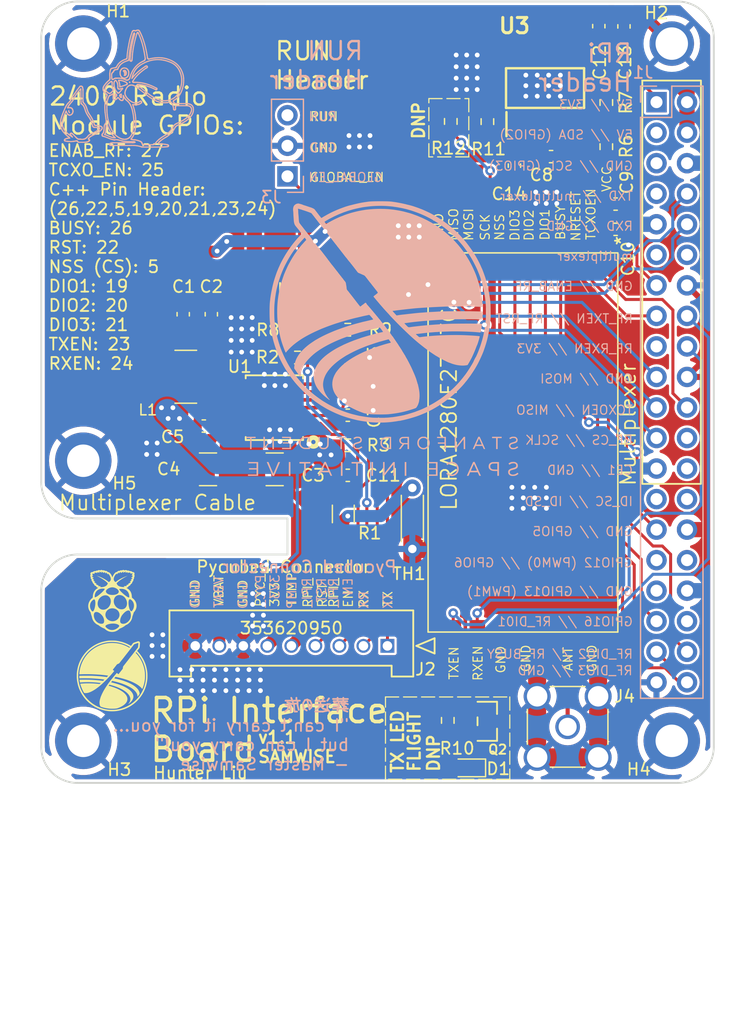
<source format=kicad_pcb>
(kicad_pcb (version 20221018) (generator pcbnew)
  (title_block (title "Raspberry Pi Interface Board") (date "2024-05-07") (rev "1.1") (company "Stanford Student Space Initiative") (comment 1 "Hunter Liu"))
  (layers (0 "F.Cu" signal) (1 "In1.Cu" signal) (2 "In2.Cu" signal) (31 "B.Cu" signal) (34 "B.Paste" user) (35 "F.Paste" user) (36 "B.SilkS" user "B.Silkscreen") (37 "F.SilkS" user "F.Silkscreen") (38 "B.Mask" user) (39 "F.Mask" user) (44 "Edge.Cuts" user))
  (net 0 "")
  (net 1 "GND")
  (net 2 "5V")
  (net 3 "VBATT")
  (net 4 "Net-(U1-SW1)")
  (net 5 "Net-(U1-VBST)")
  (net 6 "Net-(U1-SS)")
  (net 7 "Net-(U1-VREG5)")
  (net 8 "V_RF")
  (net 9 "+3V3")
  (net 13 "TX")
  (net 14 "RX")
  (net 17 "ENAB_RF")
  (net 18 "RF_RST")
  (net 19 "RF_TX_EN")
  (net 21 "RF_RX_EN")
  (net 22 "MOSI")
  (net 23 "MISO")
  (net 24 "TCXO_EN")
  (net 25 "SCLK")
  (net 26 "RF_CS")
  (net 34 "RF_IO1")
  (net 36 "RF_BUSY")
  (net 37 "RF_IO2")
  (net 38 "RF_IO3")
  (net 39 "RPI_RST")
  (net 40 "PyCubed_AIN4")
  (net 41 "ENAB_RPI")
  (net 42 "Net-(J3-Pin_1)")
  (net 44 "Net-(J4-In)")
  (net 45 "Net-(U1-VFB)")
  (net 46 "Net-(U1-PG)")
  (net 47 "Net-(U3-SENSE{slash}ADJ)")
  (net 48 "Net-(D1-K)")
  (net 49 "Net-(Q2-D)")
  (net 50 "PYCUBED_3V3")
  (footprint "Resistor_SMD:R_0603_1608Metric" (layer "F.Cu") (at 137.05 60.075 90)
    (fp_text reference "R6")
    (fp_text value "10K")
  )
  (footprint "mainboard:SOT-23" (layer "F.Cu") (at 127.1385 107.875 -90)
    (fp_text reference "Q2")
    (fp_text value "IRLML2803" hide)
  )
  (footprint "Capacitor_SMD:C_0603_1608Metric" (layer "F.Cu") (at 136.425 50.05 90)
    (fp_text reference "C12")
    (fp_text value "10uF")
  )
  (footprint "MountingHole:MountingHole_2.7mm_M2.5_DIN965_Pad" (layer "F.Cu") (at 93.5 86.2)
    (fp_text reference "H5")
    (fp_text value "MountingHole_Pad")
  )
  (footprint "rpi_interface:RPi_logo" (layer "F.Cu") (at 95.916192 97.980222)
    (fp_text reference "REF**" hide)
    (fp_text value "RPi_logo")
  )
  (footprint "Resistor_SMD:R_0603_1608Metric" (layer "F.Cu") (at 137.05 56.4 90)
    (fp_text reference "R7")
    (fp_text value "3.3K")
  )
  (footprint "Capacitor_SMD:C_0603_1608Metric" (layer "F.Cu") (at 132.45 60.9)
    (fp_text reference "C8")
    (fp_text value "10uF")
  )
  (footprint "mainboard:TPS7A4501DCQT" (layer "F.Cu") (at 131.95 55.2 90)
    (fp_text reference "U3")
    (fp_text value "TPS7A4501DCQT" hide)
  )
  (footprint "Resistor_SMD:R_0603_1608Metric" (layer "F.Cu") (at 127.15 57.99 90)
    (fp_text reference "R11")
    (fp_text value "10K")
  )
  (footprint "Capacitor_SMD:C_1210_3225Metric" (layer "F.Cu") (at 109.436341 86.913659)
    (fp_text reference "C3")
    (fp_text value "10uF")
  )
  (footprint "rpi_interface:353620950" (layer "F.Cu") (at 118.825 101.6)
    (fp_text reference "J2")
    (fp_text value "353620950")
  )
  (footprint "mainboard:L_2141" (layer "F.Cu") (at 102.036341 79.213659 180)
    (fp_text reference "L1")
    (fp_text value "3.3uH")
  )
  (footprint "Resistor_SMD:R_0603_1608Metric" (layer "F.Cu") (at 124.1 57.975 -90)
    (fp_text reference "R12")
    (fp_text value "10K")
  )
  (footprint "rpi-interface_local:MountingHole_2.7mm_M2.5_DIN965_Pad" (layer "F.Cu") (at 142.5 51.5)
    (fp_text reference "H2")
    (fp_text value "MountingHole_Pad")
  )
  (footprint "LED_SMD:LED_0603_1608Metric" (layer "F.Cu") (at 125.5125 111.75 180)
    (fp_text reference "D1")
    (fp_text value "LTST-C191KGKT")
  )
  (footprint "Resistor_SMD:R_0603_1608Metric" (layer "F.Cu") (at 119.123841 80.813659 -90)
    (fp_text reference "R4")
    (fp_text value "22.1K")
  )
  (footprint "Capacitor_SMD:C_0603_1608Metric" (layer "F.Cu") (at 137.825 66.95)
    (fp_text reference "C10")
    (fp_text value "0.1uF")
  )
  (footprint "Resistor_SMD:R_0603_1608Metric" (layer "F.Cu") (at 111.35 75.3)
    (fp_text reference "R8")
    (fp_text value "10K")
  )
  (footprint "rpi_interface:LORA128XF27" (layer "F.Cu") (at 122.81 100.45 90)
    (fp_text reference "U2")
    (fp_text value "LORA1280F27-TCXO")
  )
  (footprint "mainboard:PWP14_2P31X2P46-L" (layer "F.Cu") (at 109.410941 81.786329 180)
    (fp_text reference "U1")
    (fp_text value "TPS54426PWPR" hide)
  )
  (footprint "Capacitor_SMD:C_0603_1608Metric" (layer "F.Cu") (at 104.161341 74.013659 90)
    (fp_text reference "C2")
    (fp_text value "22uF")
  )
  (footprint "Capacitor_SMD:C_1210_3225Metric" (layer "F.Cu") (at 103.886341 86.913659 180)
    (fp_text reference "C4")
    (fp_text value "10uF")
  )
  (footprint "Capacitor_SMD:C_0603_1608Metric" (layer "F.Cu") (at 103.536341 83.313659)
    (fp_text reference "C5")
    (fp_text value "0.1uF")
  )
  (footprint "Resistor_SMD:R_1206_3216Metric" (layer "F.Cu") (at 115.15 90.625 -90)
    (fp_text reference "R1")
    (fp_text value "200k, RN73H2BTTD2003A05")
  )
  (footprint "Capacitor_SMD:C_0603_1608Metric" (layer "F.Cu") (at 115.523841 82.413659)
    (fp_text reference "C7")
    (fp_text value "1uF")
  )
  (footprint "Capacitor_SMD:C_0603_1608Metric" (layer "F.Cu") (at 115.523841 79.988659)
    (fp_text reference "C6")
    (fp_text value "3.3nF")
  )
  (footprint "mainboard:SOT-23" (layer "F.Cu") (at 111.51 72.2237 180)
    (fp_text reference "Q1")
    (fp_text value "IRLML2803" hide)
  )
  (footprint "Capacitor_SMD:C_0603_1608Metric" (layer "F.Cu") (at 129.4 61.65 90)
    (fp_text reference "C14")
    (fp_text value "10uF")
  )
  (footprint "MountingHole:MountingHole_2.7mm_M2.5_DIN965_Pad" (layer "F.Cu") (at 142.5 109.5)
    (fp_text reference "H4")
    (fp_text value "MountingHole_Pad")
  )
  (footprint "MountingHole:MountingHole_2.7mm_M2.5_DIN965_Pad" (layer "F.Cu") (at 93.5 51.5)
    (fp_text reference "H1")
    (fp_text value "MountingHole_Pad")
  )
  (footprint "Resistor_SMD:R_0603_1608Metric" (layer "F.Cu") (at 115.523841 75.3)
    (fp_text reference "R9")
    (fp_text value "10K")
  )
  (footprint "Resistor_SMD:R_0603_1608Metric" (layer "F.Cu") (at 123.85 107.8 90)
    (fp_text reference "R10")
    (fp_text value "330")
  )
  (footprint "Capacitor_SMD:C_0603_1608Metric" (layer "F.Cu") (at 115.523841 87.413659)
    (fp_text reference "C11")
    (fp_text value "22pF")
  )
  (footprint "Capacitor_SMD:C_0603_1608Metric" (layer "F.Cu") (at 101.821341 74.013659 90)
    (fp_text reference "C1")
    (fp_text value "22uF")
  )
  (footprint "Capacitor_SMD:C_0603_1608Metric" (layer "F.Cu") (at 137.825 64.85)
    (fp_text reference "C9")
    (fp_text value "10uF")
  )
  (footprint "Resistor_THT:R_Axial_DIN0204_L3.6mm_D1.6mm_P5.08mm_Horizontal" (layer "F.Cu") (at 120.9 88.46 -90)
    (fp_text reference "TH1")
    (fp_text value "TTDO-10KC8-3-1%")
  )
  (footprint "MountingHole:MountingHole_2.7mm_M2.5_DIN965_Pad" (layer "F.Cu") (at 93.5 109.5)
    (fp_text reference "H3")
    (fp_text value "MountingHole_Pad")
  )
  (footprint "Resistor_SMD:R_0603_1608Metric" (layer "F.Cu") (at 115.523841 84.913659 180)
    (fp_text reference "R3")
    (fp_text value "121K")
  )
  (footprint "Capacitor_SMD:C_0603_1608Metric" (layer "F.Cu") (at 138.52 50.07 90)
    (fp_text reference "C13")
    (fp_text value "0.1uF")
  )
  (footprint "panels:logo_SSI_small" (layer "F.Cu") (at 95.741192 104.380222)
    (fp_text reference "REF**" hide)
    (fp_text value "logo_SSI_small" hide)
  )
  (footprint "Resistor_SMD:R_0603_1608Metric" (layer "F.Cu") (at 111.336341 77.613659)
    (fp_text reference "R2")
    (fp_text value "330K")
  )
  (footprint "rpi_interface:SMA_901-144" (layer "F.Cu") (at 133.83 108.335)
    (fp_text reference "J4")
    (fp_text value "Amphenol_901-144")
  )
  (footprint "Resistor_SMD:R_0603_1608Metric" (layer "F.Cu") (at 115.523841 77.613659)
    (fp_text reference "R5")
    (fp_text value "100K")
  )
  (footprint "Connector_PinSocket_2.54mm:PinSocket_1x03_P2.54mm_Vertical" (layer "B.Cu") (at 110.5 62.54)
    (fp_text reference "J3")
    (fp_text value "Conn_01x03")
  )
  (footprint "rpi_interface:totoro" (layer "B.Cu") (at 97.4 55.925 180)
    (fp_text reference "REF**" hide)
    (fp_text value "totoro")
  )
  (footprint "panels:logo_SSI" (layer "B.Cu") (at 118 74.5 180)
    (fp_text reference "REF**" hide)
    (fp_text value "logo_SSI" hide)
  )
  (footprint "rpi_interface:PRT-21570" (layer "B.Cu") (at 141.23 56.37 180)
    (fp_text reference "J1")
    (fp_text value "PRT-21570")
  )
  (gr_rect (start 122.275 56.075) (end 125.6 60.925) (stroke (width 0.1) (type dash)) (fill none) (layer "F.SilkS"))
  (gr_rect (start 140.045 54.575) (end 144.93 88.125) (stroke (width 0.15)) (fill none) (layer "F.SilkS"))
  (gr_rect (start 118.6625 105.85) (end 129.0125 112.7) (stroke (width 0.1) (type dash)) (fill none) (layer "F.SilkS"))
  (gr_line (start 143 48) (end 93 48) (stroke (width 0.15)) (layer "Edge.Cuts"))
  (gr_line (start 110.5 94) (end 93 94) (stroke (width 0.15)) (layer "Edge.Cuts"))
  (gr_line (start 143 113) (end 93 113) (stroke (width 0.15)) (layer "Edge.Cuts"))
  (gr_arc (start 90 51) (mid 90.87868 48.87868) (end 93 48) (stroke (width 0.15)) (layer "Edge.Cuts"))
  (gr_arc (start 90 97) (mid 90.87868 94.87868) (end 93 94) (stroke (width 0.15)) (layer "Edge.Cuts"))
  (gr_arc (start 93 113) (mid 90.87868 112.12132) (end 90 110) (stroke (width 0.15)) (layer "Edge.Cuts"))
  (gr_arc (start 146 110) (mid 145.12132 112.12132) (end 143 113) (stroke (width 0.15)) (layer "Edge.Cuts"))
  (gr_line (start 110.5 91) (end 110.5 94) (stroke (width 0.15)) (layer "Edge.Cuts"))
  (gr_line (start 90 51) (end 90 88) (stroke (width 0.15)) (layer "Edge.Cuts"))
  (gr_arc (start 143 48) (mid 145.12132 48.87868) (end 146 51) (stroke (width 0.15)) (layer "Edge.Cuts"))
  (gr_line (start 90 110) (end 90 97) (stroke (width 0.15)) (layer "Edge.Cuts"))
  (gr_arc (start 93 91) (mid 90.87868 90.12132) (end 90 88) (stroke (width 0.15)) (layer "Edge.Cuts"))
  (gr_line (start 146 110) (end 146 51) (stroke (width 0.15)) (layer "Edge.Cuts"))
  (gr_line (start 93 91) (end 110.5 91) (stroke (width 0.15)) (layer "Edge.Cuts"))
  (gr_text "ID_SC // ID_SD" (at 139.325 90.025) (layer "B.SilkS") (effects (font (size 0.75 0.75) (thickness 0.1)) (justify left bottom mirror)))
  (gr_text "TCXOEN // MISO" (at 139.325 82.425) (layer "B.SilkS") (effects (font (size 0.75 0.75) (thickness 0.1)) (justify left bottom mirror)))
  (gr_text "CE1 // GND" (at 139.325 87.425) (layer "B.SilkS") (effects (font (size 0.75 0.75) (thickness 0.1)) (justify left bottom mirror)))
  (gr_text "RPI_\nRST" (at 113.775 95.875 90) (layer "B.SilkS") (effects (font (size 0.75 0.75) (thickness 0.1)) (justify left bottom mirror)))
  (gr_text "RUN\nHeader" (at 116.925 55.4) (layer "B.SilkS") (effects (font (size 1.5 1.5) (thickness 0.2)) (justify left bottom mirror)))
  (gr_text "GND // SCL (GPIO3)" (at 139.325 62.125) (layer "B.SilkS") (effects (font (size 0.75 0.75) (thickness 0.1)) (justify left bottom mirror)))
  (gr_text "GND // MOSI" (at 139.325 79.825) (layer "B.SilkS") (effects (font (size 0.75 0.75) (thickness 0.1)) (justify left bottom mirror)))
  (gr_text "GPIO12 (PWM0) // GPIO6" (at 139.325 95.125) (layer "B.SilkS") (effects (font (size 0.75 0.75) (thickness 0.1)) (justify left bottom mirror)))
  (gr_text "RF_DIO2 // RF_BUSY" (at 139.325 102.725) (layer "B.SilkS") (effects (font (size 0.75 0.75) (thickness 0.1)) (justify left bottom mirror)))
  (gr_text "葬送の旅\n{dblquote}I can't carry it for you...\nbut I can carry you!{dblquote}\n- Master Samwise" (at 115.725 112.025) (layer "B.SilkS") (effects (font (size 1 1)) (justify left bottom mirror)))
  (gr_text "TEMP" (at 111.3 95.6 90) (layer "B.SilkS") (effects (font (size 0.75 0.75) (thickness 0.1)) (justify left bottom mirror)))
  (gr_text "5V // 3V3" (at 139.325 57.025) (layer "B.SilkS") (effects (font (size 0.75 0.75) (thickness 0.1)) (justify left bottom mirror)))
  (gr_text "GND" (at 114.65 60.6) (layer "B.SilkS") (effects (font (size 0.75 0.75) (thickness 0.1)) (justify left bottom mirror)))
  (gr_text "GND // GPIO5" (at 139.325 92.525) (layer "B.SilkS") (effects (font (size 0.75 0.75) (thickness 0.1)) (justify left bottom mirror)))
  (gr_text "GND" (at 107.225 96.175 90) (layer "B.SilkS") (effects (font (size 0.75 0.75) (thickness 0.1)) (justify left bottom mirror)))
  (gr_text "RPi\nHeader" (at 139.3 55.6) (layer "B.SilkS") (effects (font (size 1.5 1.5) (thickness 0.2)) (justify left bottom mirror)))
  (gr_text "GPIO16 // RF_DI01" (at 139.325 100.025) (layer "B.SilkS") (effects (font (size 0.75 0.75) (thickness 0.1)) (justify left bottom mirror)))
  (gr_text "Pycubed Connector" (at 119.675 95.61) (layer "B.SilkS") (effects (font (size 1 1)) (justify left bottom mirror)))
  (gr_text "RUN" (at 114.65 58) (layer "B.SilkS") (effects (font (size 0.75 0.75) (thickness 0.1)) (justify left bottom mirror)))
  (gr_text "RF_CS // SCLK" (at 139.325 84.925) (layer "B.SilkS") (effects (font (size 0.75 0.75) (thickness 0.1)) (justify left bottom mirror)))
  (gr_text "RF_RXEN // 3V3" (at 139.325 77.325) (layer "B.SilkS") (effects (font (size 0.75 0.75) (thickness 0.1)) (justify left bottom mirror)))
  (gr_text "TXD // multiplexer" (at 139.325 64.625) (layer "B.SilkS") (effects (font (size 0.75 0.75) (thickness 0.1)) (justify left bottom mirror)))
  (gr_text "RX" (at 117.3 96.975 90) (layer "B.SilkS") (effects (font (size 0.75 0.75) (thickness 0.1)) (justify left bottom mirror)))
  (gr_text "GLOBAL_EN\n\n" (at 118.5 64.275) (layer "B.SilkS") (effects (font (size 0.75 0.75) (thickness 0.1)) (justify left bottom mirror)))
  (gr_text "5V // SDA (GPIO2)" (at 139.325 59.525) (layer "B.SilkS") (effects (font (size 0.75 0.75) (thickness 0.1)) (justify left bottom mirror)))
  (gr_text "GND" (at 103.25 96.15 90) (layer "B.SilkS") (effects (font (size 0.75 0.75) (thickness 0.1)) (justify left bottom mirror)))
  (gr_text "VBAT" (at 105.225 95.775 90) (layer "B.SilkS") (effects (font (size 0.75 0.75) (thickness 0.1)) (justify left bottom mirror)))
  (gr_text "RXD // GND" (at 139.325 67.125) (layer "B.SilkS") (effects (font (size 0.75 0.75) (thickness 0.1)) (justify left bottom mirror)))
  (gr_text "GND // GPIO13 (PWM1)" (at 139.325 97.525) (layer "B.SilkS") (effects (font (size 0.75 0.75) (thickness 0.1)) (justify left bottom mirror)))
  (gr_text "GND // ENAB_RF" (at 139.325 72.125) (layer "B.SilkS") (effects (font (size 0.75 0.75) (thickness 0.1)) (justify left bottom mirror)))
  (gr_text "RF_DIO3 // GND" (at 139.3 104.1) (layer "B.SilkS") (effects (font (size 0.75 0.75) (thickness 0.1)) (justify left bottom mirror)))
  (gr_text "RPI_\nEN" (at 115.975 95.875 90) (layer "B.SilkS") (effects (font (size 0.75 0.75) (thickness 0.1)) (justify left bottom mirror)))
  (gr_text "PYC_\n3V3" (at 109.9 95.6 90) (layer "B.SilkS") (effects (font (size 0.75 0.75) (thickness 0.1)) (justify left bottom mirror)))
  (gr_text "RF_TXEN // RF_RST" (at 139.325 74.825) (layer "B.SilkS") (effects (font (size 0.75 0.75) (thickness 0.1)) (justify left bottom mirror)))
  (gr_text "multiplexer" (at 139.325 69.625) (layer "B.SilkS") (effects (font (size 0.75 0.75) (thickness 0.1)) (justify left bottom mirror)))
  (gr_text "TX" (at 119.3 97.15 90) (layer "B.SilkS") (effects (font (size 0.75 0.75) (thickness 0.1)) (justify left bottom mirror)))
  (gr_text "DIO2" (at 131.05 67.975 90) (layer "F.SilkS") (effects (font (size 0.75 0.75) (thickness 0.1)) (justify left bottom)))
  (gr_text "DIO1" (at 132.375 67.925 90) (layer "F.SilkS") (effects (font (size 0.75 0.75) (thickness 0.1)) (justify left bottom)))
  (gr_text "BUSY" (at 133.675 67.9 90) (layer "F.SilkS") (effects (font (size 0.75 0.75) (thickness 0.1)) (justify left bottom)))
  (gr_text "SCK" (at 127.4 67.95 90) (layer "F.SilkS") (effects (font (size 0.75 0.75) (thickness 0.1)) (justify left bottom)))
  (gr_text "GND" (at 107.225 98.45 90) (layer "F.SilkS") (effects (font (size 0.75 0.75) (thickness 0.1)) (justify left bottom)))
  (gr_text "RPI_\nEN" (at 116 98.475 90) (layer "F.SilkS") (effects (font (size 0.75 0.75) (thickness 0.1)) (justify left bottom)))
  (gr_text "GND" (at 112.33 60.61) (layer "F.SilkS") (effects (font (size 0.75 0.75) (thickness 0.1)) (justify left bottom)))
  (gr_text "TCXOEN" (at 136.2 67.9 90) (layer "F.SilkS") (effects (font (size 0.75 0.75) (thickness 0.1)) (justify left bottom)))
  (gr_text "Pycubed Connector" (at 102.82 95.61) (layer "F.SilkS") (effects (font (size 1 1)) (justify left bottom)))
  (gr_text "GND" (at 130.8 103.85 90) (layer "F.SilkS") (effects (font (size 0.75 0.75) (thickness 0.1)) (justify left bottom)))
  (gr_text "MOSI" (at 126.025 67.975 90) (layer "F.SilkS") (effects (font (size 0.75 0.75) (thickness 0.1)) (justify left bottom)))
  (gr_text "2400 Radio\nModule GPIOs:" (at 90.55 59.175) (layer "F.SilkS") (effects (font (size 1.5 1.5) (thickness 0.2)) (justify left bottom)))
  (gr_text "NSS" (at 128.6 67.95 90) (layer "F.SilkS") (effects (font (size 0.75 0.75) (thickness 0.1)) (justify left bottom)))
  (gr_text "FLIGHT\nDNP" (at 123.25 112.175 90) (layer "F.SilkS") (effects (font (size 1 1) (thickness 0.2) bold) (justify left bottom)))
  (gr_text "MISO" (at 124.775 67.975 90) (layer "F.SilkS") (effects (font (size 0.75 0.75) (thickness 0.1)) (justify left bottom)))
  (gr_text "RXEN" (at 126.8 104.575 90) (layer "F.SilkS") (effects (font (size 0.75 0.75) (thickness 0.1)) (justify left bottom)))
  (gr_text "GND" (at 103.25 98.425 90) (layer "F.SilkS") (effects (font (size 0.75 0.75) (thickness 0.1)) (justify left bottom)))
  (gr_text "GND" (at 123.525 67.95 90) (layer "F.SilkS") (effects (font (size 0.75 0.75) (thickness 0.1)) (justify left bottom)))
  (gr_text "RUN" (at 112.33 58.01) (layer "F.SilkS") (effects (font (size 0.75 0.75) (thickness 0.1)) (justify left bottom)))
  (gr_text "TEMP" (at 111.3 98.4 90) (layer "F.SilkS") (effects (font (size 0.75 0.75) (thickness 0.1)) (justify left bottom)))
  (gr_text "TX" (at 119.3 98.4 90) (layer "F.SilkS") (effects (font (size 0.75 0.75) (thickness 0.1)) (justify left bottom)))
  (gr_text "DNP" (at 122 56.25 90) (layer "F.SilkS") (effects (font (size 1 1) (thickness 0.2) bold) (justify right bottom)))
  (gr_text "DIO3" (at 129.875 67.975 90) (layer "F.SilkS") (effects (font (size 0.75 0.75) (thickness 0.1)) (justify left bottom)))
  (gr_text "RUN\nHeader" (at 109.35 55.41) (layer "F.SilkS") (effects (font (size 1.5 1.5) (thickness 0.2)) (justify left bottom)))
  (gr_text "RPI_\nRST" (at 113.85 98.475 90) (layer "F.SilkS") (effects (font (size 0.75 0.75) (thickness 0.1)) (justify left bottom)))
  (gr_text "NRESET" (at 134.95 68 90) (layer "F.SilkS") (effects (font (size 0.75 0.75) (thickness 0.1)) (justify left bottom)))
  (gr_text "VBAT" (at 105.225 98.375 90) (layer "F.SilkS") (effects (font (size 0.75 0.75) (thickness 0.1)) (justify left bottom)))
  (gr_text "GND" (at 136.3 103.85 90) (layer "F.SilkS") (effects (font (size 0.75 0.75) (thickness 0.1)) (justify left bottom)))
  (gr_text "Multiplexer Cable" (at 91.37 90.42) (layer "F.SilkS") (effects (font (size 1.25 1.25)) (justify left bottom)))
  (gr_text "GLOBAL_EN\n\n" (at 112.31 64.27) (layer "F.SilkS") (effects (font (size 0.75 0.75) (thickness 0.1)) (justify left bottom)))
  (gr_text "Hunter Liu" (at 99.225 112.75) (layer "F.SilkS") (effects (font (size 1 1)) (justify left bottom)))
  (gr_text "RX" (at 117.3 98.5 90) (layer "F.SilkS") (effects (font (size 0.75 0.75) (thickness 0.1)) (justify left bottom)))
  (gr_text "PYC_\n3V3" (at 109.875 98.425 90) (layer "F.SilkS") (effects (font (size 0.75 0.75) (thickness 0.1)) (justify left bottom)))
  (gr_text "TX LED" (at 120.25 112.275 90) (layer "F.SilkS") (effects (font (size 1 1) (thickness 0.2) bold) (justify left bottom)))
  (gr_text "RPi Interface\nBoard" (at 98.925 111.375) (layer "F.SilkS") (effects (font (size 2 2) (thickness 0.3) bold) (justify left bottom)))
  (gr_text "Multiplexer" (at 139.6 88.4 90) (layer "F.SilkS") (effects (font (size 1.25 1.25)) (justify left bottom)))
  (gr_text "ANT" (at 134.3 103.75 90) (layer "F.SilkS") (effects (font (size 0.75 0.75) (thickness 0.1)) (justify left bottom)))
  (gr_text "ENAB_RF: 27\nTCXO_EN: 25\nC++ Pin Header:\n(26,22,5,19,20,21,23,24)\nBUSY: 26\nRST: 22\nNSS (CS): 5\nDIO1: 19\nDIO2: 20\nDIO3: 21\nTXEN: 23\nRXEN: 24\n" (at 90.525 78.7) (layer "F.SilkS") (effects (font (size 1 1)) (justify left bottom)))
  (gr_text "TXEN" (at 124.8 104.475 90) (layer "F.SilkS") (effects (font (size 0.75 0.75) (thickness 0.1)) (justify left bottom)))
  (gr_text "v1.1\nSAMWISE" (at 107.95 111.4) (layer "F.SilkS") (effects (font (size 1 1) (thickness 0.2) bold) (justify left bottom)))
  (gr_text "VCC" (at 137.525 63.9 90) (layer "F.SilkS") (effects (font (size 0.75 0.75) (thickness 0.1)) (justify left bottom)))
  (gr_text "GND" (at 128.7 103.95 90) (layer "F.SilkS") (effects (font (size 0.75 0.75) (thickness 0.1)) (justify left bottom)))
  (segment (start 136.37 100.99) (end 135.83 100.45) (width 1.5) (layer "F.Cu") (net 1))
  (segment (start 143.77 91.93) (end 145.055 91.93) (width 1.27) (layer "F.Cu") (net 1))
  (segment (start 115.486341 79.188659) (end 115.111341 78.813659) (width 0.25) (layer "F.Cu") (net 1))
  (segment (start 120.9 94.725) (end 120.9 93.54) (width 1.5) (layer "F.Cu") (net 1))
  (segment (start 131.95 58.2) (end 131.95 56.175) (width 1) (layer "F.Cu") (net 1))
  (segment (start 138.52 49.295) (end 140.295 49.295) (width 1) (layer "F.Cu") (net 1))
  (segment (start 136.37 105.795) (end 136.37 100.99) (width 1.5) (layer "F.Cu") (net 1))
  (segment (start 131.675 60.9) (end 131.675 63.475) (width 1) (layer "F.Cu") (net 1))
  (segment (start 106.825001 101.6) (end 106.825001 100.724999) (width 1) (layer "F.Cu") (net 1))
  (segment (start 145.1 72.94) (end 143.77 71.61) (width 0.5) (layer "F.Cu") (net 1))
  (segment (start 122.49 93.54) (end 120.9 93.54) (width 1.5) (layer "F.Cu") (net 1))
  (segment (start 132.43 94.55) (end 130.56 94.55) (width 1.5) (layer "F.Cu") (net 1))
  (segment (start 138.6 66.95) (end 138.6 64.85) (width 0.5) (layer "F.Cu") (net 1))
  (segment (start 131.29 105.795) (end 131.29 101.43) (width 1.5) (layer "F.Cu") (net 1))
  (segment (start 106.825 102.475) (end 106.825001 101.6) (width 1) (layer "F.Cu") (net 1))
  (segment (start 102.824999 101.6) (end 102.825 102.6) (width 1) (layer "F.Cu") (net 1))
  (segment (start 113.936341 79.548342) (end 113.936341 80.429617) (width 0.25) (layer "F.Cu") (net 1))
  (segment (start 143.77 79.23) (end 145.1 77.9) (width 0.5) (layer "F.Cu") (net 1))
  (segment (start 131.95 60.625) (end 131.95 58.2) (width 1) (layer "F.Cu") (net 1))
  (segment (start 130.31 100.45) (end 130.31 96.265) (width 1.5) (layer "F.Cu") (net 1))
  (segment (start 131.95 56.175) (end 132.25 55.875) (width 1) (layer "F.Cu") (net 1))
  (segment (start 131.675 63.475) (end 132.05 63.85) (width 1) (layer "F.Cu") (net 1))
  (segment (start 117.611341 79.988659) (end 117.636341 80.013659) (width 0.25) (layer "F.Cu") (net 1))
  (segment (start 140.295 49.295) (end 142.5 51.5) (width 1) (layer "F.Cu") (net 1))
  (segment (start 145.1 77.9) (end 145.1 72.94) (width 0.5) (layer "F.Cu") (net 1))
  (segment (start 116.298841 79.988659) (end 115.498841 79.188659) (width 0.25) (layer "F.Cu") (net 1))
  (segment (start 136.37 110.875) (end 131.29 110.875) (width 1.5) (layer "F.Cu") (net 1))
  (segment (start 131.675 60.9) (end 131.95 60.625) (width 1) (layer "F.Cu") (net 1))
  (segment (start 120.9 93.54) (end 120.9 92.55) (width 1.5) (layer "F.Cu") (net 1))
  (segment (start 136.37 105.795) (end 136.37 110.875) (width 1.5) (layer "F.Cu") (net 1))
  (segment (start 135.83 97.95) (end 132.43 94.55) (width 1.5) (layer "F.Cu") (net 1))
  (segment (start 131.29 105.795) (end 131.29 110.875) (width 1.5) (layer "F.Cu") (net 1))
  (segment (start 138.6 66.95) (end 138.6 67.95) (width 0.5) (layer "F.Cu") (net 1))
  (segment (start 106.825001 100.724999) (end 107.6 99.95) (width 1) (layer "F.Cu") (net 1))
  (segment (start 138.6 67.95) (end 138.9 68.25) (width 0.5) (layer "F.Cu") (net 1))
  (segment (start 115.498841 79.188659) (end 115.486341 79.188659) (width 0.25) (layer "F.Cu") (net 1))
  (segment (start 138.5 49.275) (end 138.52 49.295) (width 1) (layer "F.Cu") (net 1))
  (segment (start 113.936341 80.429617) (end 113.229641 81.136317) (width 0.25) (layer "F.Cu") (net 1))
  (segment (start 117.636341 80.013659) (end 117.661341 79.988659) (width 0.25) (layer "F.Cu") (net 1))
  (segment (start 117.661341 79.988659) (end 119.123841 79.988659) (width 0.25) (layer "F.Cu") (net 1))
  (segment (start 113.229641 81.136317) (end 112.179541 81.136317) (width 0.25) (layer "F.Cu") (net 1))
  (segment (start 115.111341 78.813659) (end 114.671024 78.813659) (width 0.25) (layer "F.Cu") (net 1))
  (segment (start 102.825 100.425) (end 102.824999 101.6) (width 1) (layer "F.Cu") (net 1))
  (segment (start 114.671024 78.813659) (end 113.936341 79.548342) (width 0.25) (layer "F.Cu") (net 1))
  (segment (start 136.425 49.275) (end 138.5 49.275) (width 1) (layer "F.Cu") (net 1))
  (segment (start 116.298841 79.988659) (end 117.611341 79.988659) (width 0.25) (layer "F.Cu") (net 1))
  (segment (start 102.824999 101.6) (end 101.425 101.6) (width 1) (layer "F.Cu") (net 1))
  (segment (start 131.29 101.43) (end 130.31 100.45) (width 1.5) (layer "F.Cu") (net 1))
  (segment (start 135.83 100.45) (end 135.83 97.95) (width 1.5) (layer "F.Cu") (net 1))
  (via (at 109.01 83.625) (size 0.8) (drill 0.4) (layers "F.Cu" "B.Cu") (net 1))
  (via (at 131.175 64.8) (size 0.8) (drill 0.4) (layers "F.Cu" "B.Cu") (net 1))
  (via (at 108.5 99.05) (size 0.8) (drill 0.4) (layers "F.Cu" "B.Cu") (net 1))
  (via (at 130.135 88.41) (size 0.8) (drill 0.4) (layers "F.Cu" "B.Cu") (net 1))
  (via (at 129.185 88.41) (size 0.8) (drill 0.4) (layers "F.Cu" "B.Cu") (net 1))
  (via (at 117.375 59.15) (size 0.8) (drill 0.4) (layers "F.Cu" "B.Cu") (net 1))
  (via (at 101.55 105.325) (size 0.8) (drill 0.4) (layers "F.Cu" "B.Cu") (net 1))
  (via (at 129.185 89.285) (size 0.8) (drill 0.4) (layers "F.Cu" "B.Cu") (net 1))
  (via (at 106.686341 77.163659) (size 0.8) (drill 0.4) (layers "F.Cu" "B.Cu") (net 1))
  (via (at 108.5 99.95) (size 0.8) (drill 0.4) (layers "F.Cu" "B.Cu") (net 1))
  (via (at 103.475 103.575) (size 0.8) (drill 0.4) (layers "F.Cu" "B.Cu") (net 1))
  (via (at 105.375 104.45) (size 0.8) (drill 0.4) (layers "F.Cu" "B.Cu") (net 1))
  (via (at 105.375 105.325) (size 0.8) (drill 0.4) (layers "F.Cu" "B.Cu") (net 1))
  (via (at 107.561341 74.288659) (size 0.8) (drill 0.4) (layers "F.Cu" "B.Cu") (net 1))
  (via (at 132.05 64.8) (size 0.8) (drill 0.4) (layers "F.Cu" "B.Cu") (net 1))
  (via (at 131.085 89.285) (size 0.8) (drill 0.4) (layers "F.Cu" "B.Cu") (net 1))
  (via (at 100.125 102.475) (size 0.8) (drill 0.4) (layers "F.Cu" "B.Cu") (net 1))
  (via (at 103.475 105.325) (size 0.8) (drill 0.4) (layers "F.Cu" "B.Cu") (net 1))
  (via (at 99.225 101.575) (size 0.8) (drill 0.4) (layers "F.Cu" "B.Cu") (net 1))
  (via (at 109.885 83.625) (size 0.8) (drill 0.4) (layers "F.Cu" "B.Cu") (net 1))
  (via (at 131.175 63.85) (size 0.8) (drill 0.4) (layers "F.Cu" "B.Cu") (net 1))
  (via (at 130.35 54.125) (size 0.8) (drill 0.4) (layers "F.Cu" "B.Cu") (net 1))
  (via (at 107.561341 75.238659) (size 0.8) (drill 0.4) (layers "F.Cu" "B.Cu") (net 1))
  (via (at 105.811341 74.288659) (size 0.8) (drill 0.4) (layers "F.Cu" "B.Cu") (net 1))
  (via (at 138.9 68.25) (size 0.8) (drill 0.4) (layers "F.Cu" "B.Cu") (net 1))
  (via (at 126.3 55.325) (size 0.8) (drill 0.4) (layers "F.Cu" "B.Cu") (net 1))
  (via (at 125.425 54.375) (size 0.8) (drill 0.4) (layers "F.Cu" "B.Cu") (net 1))
  (via (at 117.636341 82.013659) (size 0.8) (drill 0.4) (layers "F.Cu" "B.Cu") (net 1))
  (via (at 102.525 103.575) (size 0.8) (drill 0.4) (layers "F.Cu" "B.Cu") (net 1))
  (via (at 110.325 79) (size 0.8) (drill 0.4) (layers "F.Cu" "B.Cu") (net 1))
  (via (at 124.55 54.375) (size 0.8) (drill 0.4) (layers "F.Cu" "B.Cu") (net 1))
  (via (at 124.55 52.45) (size 0.8) (drill 0.4) (layers "F.Cu" "B.Cu") (net 1))
  (via (at 106.686341 74.288659) (size 0.8) (drill 0.4) (layers "F.Cu" "B.Cu") (net 1))
  (via (at 104.425 103.575) (size 0.8) (drill 0.4) (layers "F.Cu" "B.Cu") (net 1))
  (via (at 108.5 98.15) (size 0.8) (drill 0.4) (layers "F.Cu" "B.Cu") (net 1))
  (via (at 102.525 105.325) (size 0.8) (drill 0.4) (layers "F.Cu" "B.Cu") (net 1))
  (via (at 132.925 63.85) (size 0.8) (drill 0.4) (layers "F.Cu" "B.Cu") (net 1))
  (via (at 107.6 99.05) (size 0.8) (drill 0.4) (layers "F.Cu" "B.Cu") (net 1))
  (via (at 132.05 63.85) (size 0.8) (drill 0.4) (layers "F.Cu" "B.Cu") (net 1))
  (via (at 131.3 54.125) (size 0.8) (drill 0.4) (layers "F.Cu" "B.Cu") (net 1))
  (via (at 132.25 55) (size 0.8) (drill 0.4) (layers "F.Cu" "B.Cu") (net 1))
  (via (at 130.135 89.285) (size 0.8) (drill 0.4) (layers "F.Cu" "B.Cu") (net 1))
  (via (at 117.375 60.1) (size 0.8) (drill 0.4) (layers "F.Cu" "B.Cu") (net 1))
  (via (at 131.085 88.41) (size 0.8) (drill 0.4) (layers "F.Cu" "B.Cu") (net 1))
  (via (at 126.3 52.45) (size 0.8) (drill 0.4) (layers "F.Cu" "B.Cu") (net 1))
  (via (at 108.25 104.45) (size 0.8) (drill 0.4) (layers "F.Cu" "B.Cu") (net 1))
  (via (at 108.25 105.325) (size 0.8) (drill 0.4) (layers "F.Cu" "B.Cu") (net 1))
  (via (at 109.45 79.95) (size 0.8) (drill 0.4) (layers "F.Cu" "B.Cu") (net 1))
  (via (at 129.185 90.16) (size 0.8) (drill 0.4) (layers "F.Cu" "B.Cu") (net 1))
  (via (at 107.3 104.45) (size 0.8) (drill 0.4) (layers "F.Cu" "B.Cu") (net 1))
  (via (at 133.225 55.875) (size 0.8) (drill 0.4) (layers "F.Cu" "B.Cu") (net 1))
  (via (at 119.725 67.6) (size 0.8) (drill 0.4) (layers "F.Cu" "B.Cu") (net 1))
  (via (at 120.6 67.6) (size 0.8) (drill 0.4) (layers "F.Cu" "B.Cu") (net 1))
  (via (at 125.425 52.45) (size 0.8) (drill 0.4) (layers "F.Cu" "B.Cu") (net 1))
  (via (at 110.325 79.95) (size 0.8) (drill 0.4) (layers "F.Cu" "B.Cu") (net 1))
  (via (at 108.575 79.95) (size 0.8) (drill 0.4) (layers "F.Cu" "B.Cu") (net 1))
  (via (at 132.25 55.875) (size 0.8) (drill 0.4) (layers "F.Cu" "B.Cu") (net 1))
  (via (at 106.35 103.575) (size 0.8) (drill 0.4) (layers "F.Cu" "B.Cu") (net 1))
  (via (at 107.6 99.95) (size 0.8) (drill 0.4) (layers "F.Cu" "B.Cu") (net 1))
  (via (at 106.35 105.325) (size 0.8) (drill 0.4) (layers "F.Cu" "B.Cu") (net 1))
  (via (at 107.3 103.575) (size 0.8) (drill 0.4) (layers "F.Cu" "B.Cu") (net 1))
  (via (at 105.811341 77.163659) (size 0.8) (drill 0.4) (layers "F.Cu" "B.Cu") (net 1))
  (via (at 107.561341 77.163659) (size 0.8) (drill 0.4) (layers "F.Cu" "B.Cu") (net 1))
  (via (at 99.225 100.675) (size 0.8) (drill 0.4) (layers "F.Cu" "B.Cu") (net 1))
  (via (at 99.65 85.675) (size 0.8) (drill 0.4) (layers "F.Cu" "B.Cu") (net 1))
  (via (at 102.525 104.45) (size 0.8) (drill 0.4) (layers "F.Cu" "B.Cu") (net 1))
  (via (at 130.35 55.875) (size 0.8) (drill 0.4) (layers "F.Cu" "B.Cu") (net 1))
  (via (at 131.085 90.16) (size 0.8) (drill 0.4) (layers "F.Cu" "B.Cu") (net 1))
  (via (at 108.5 97.25) (size 0.8) (drill 0.4) (layers "F.Cu" "B.Cu") (net 1))
  (via (at 98.775 84.725) (size 0.8) (drill 0.4) (layers "F.Cu" "B.Cu") (net 1))
  (via (at 120.6 66.65) (size 0.8) (drill 0.4) (layers "F.Cu" "B.Cu") (net 1))
  (via (at 99.65 84.725) (size 0.8) (drill 0.4) (layers "F.Cu" "B.Cu") (net 1))
  (via (at 130.35 55) (size 0.8) (drill 0.4) (layers "F.Cu" "B.Cu") (net 1))
  (via (at 126.3 54.375) (size 0.8) (drill 0.4) (layers "F.Cu" "B.Cu") (net 1))
  (via (at 101.55 103.575) (size 0.8) (drill 0.4) (layers "F.Cu" "B.Cu") (net 1))
  (via (at 107.561341 76.188659) (size 0.8) (drill 0.4) (layers "F.Cu" "B.Cu") (net 1))
  (via (at 116.5 60.1) (size 0.8) (drill 0.4) (layers "F.Cu" "B.Cu") (net 1))
  (via (at 110.76 83.625) (size 0.8) (drill 0.4) (layers "F.Cu" "B.Cu") (net 1))
  (via (at 109.01 84.6) (size 0.8) (drill 0.4) (layers "F.Cu" "B.Cu") (net 1))
  (via (at 100.125 100.675) (size 0.8) (drill 0.4) (layers "F.Cu" "B.Cu") (net 1))
  (via (at 121.475 66.65) (size 0.8) (drill 0.4) (layers "F.Cu" "B.Cu") (net 1))
  (via (at 110.76 84.6) (size 0.8) (drill 0.4) (layers "F.Cu" "B.Cu") (net 1))
  (via (at 99.225 102.475) (size 0.8) (drill 0.4) (layers "F.Cu" "B.Cu") (net 1))
  (via (at 130.135 90.16) (size 0.8) (drill 0.4) (layers "F.Cu" "B.Cu") (net 1))
  (via (at 131.3 55.875) (size 0.8) (drill 0.4) (layers "F.Cu" "B.Cu") (net 1))
  (via (at 105.811341 75.238659) (size 0.8) (drill 0.4) (layers "F.Cu" "B.Cu") (net 1))
  (via (at 100.125 101.575) (size 0.8) (drill 0.4) (layers "F.Cu" "B.Cu") (net 1))
  (via (at 119.725 66.65) (size 0.8) (drill 0.4) (layers "F.Cu" "B.Cu") (net 1))
  (via (at 124.55 55.325) (size 0.8) (drill 0.4) (layers "F.Cu" "B.Cu") (net 1))
  (via (at 109.45 79) (size 0.8) (drill 0.4) (layers "F.Cu" "B.Cu") (net 1))
  (via (at 107.6 97.25) (size 0.8) (drill 0.4) (layers "F.Cu" "B.Cu") (net 1))
  (via (at 109.885 84.6) (size 0.8) (drill 0.4) (layers "F.Cu" "B.Cu") (net 1))
  (via (at 126.3 53.425) (size 0.8) (drill 0.4) (layers "F.Cu" "B.Cu") (net 1))
  (via (at 106.686341 75.238659) (size 0.8) (drill 0.4) (layers "F.Cu" "B.Cu") (net 1))
  (via (at 133.225 54.125) (size 0.8) (drill 0.4) (layers "F.Cu" "B.Cu") (net 1))
  (via (at 108.575 79) (size 0.8) (drill 0.4) (layers "F.Cu" "B.Cu") (net 1))
  (via (at 104.425 105.325) (size 0.8) (drill 0.4) (layers "F.Cu" "B.Cu") (net 1))
  (via (at 103.475 104.45) (size 0.8) (drill 0.4) (layers "F.Cu" "B.Cu") (net 1))
  (via (at 104.425 104.45) (size 0.8) (drill 0.4) (layers "F.Cu" "B.Cu") (net 1))
  (via (at 132.925 64.8) (size 0.8) (drill 0.4) (layers "F.Cu" "B.Cu") (net 1))
  (via (at 125.425 55.325) (size 0.8) (drill 0.4) (layers "F.Cu" "B.Cu") (net 1))
  (via (at 105.811341 76.188659) (size 0.8) (drill 0.4) (layers "F.Cu" "B.Cu") (net 1))
  (via (at 124.55 53.425) (size 0.8) (drill 0.4) (layers "F.Cu" "B.Cu") (net 1))
  (via (at 101.55 104.45) (size 0.8) (drill 0.4) (layers "F.Cu" "B.Cu") (net 1))
  (via (at 107.3 105.325) (size 0.8) (drill 0.4) (layers "F.Cu" "B.Cu") (net 1))
  (via (at 125.425 53.425) (size 0.8) (drill 0.4) (layers "F.Cu" "B.Cu") (net 1))
  (via (at 131.3 55) (size 0.8) (drill 0.4) (layers "F.Cu" "B.Cu") (net 1))
  (via (at 106.686341 76.188659) (size 0.8) (drill 0.4) (layers "F.Cu" "B.Cu") (net 1))
  (via (at 115.625 60.1) (size 0.8) (drill 0.4) (layers "F.Cu" "B.Cu") (net 1))
  (via (at 132.06 90.16) (size 0.8) (drill 0.4) (layers "F.Cu" "B.Cu") (net 1))
  (via (at 106.35 104.45) (size 0.8) (drill 0.4) (layers "F.Cu" "B.Cu") (net 1))
  (via (at 98.775 85.675) (size 0.8) (drill 0.4) (layers "F.Cu" "B.Cu") (net 1))
  (via (at 132.06 88.41) (size 0.8) (drill 0.4) (layers "F.Cu" "B.Cu") (net 1))
  (via (at 107.6 98.15) (size 0.8) (drill 0.4) (layers "F.Cu" "B.Cu") (net 1))
  (via (at 132.06 89.285) (size 0.8) (drill 0.4) (layers "F.Cu" "B.Cu") (net 1))
  (via (at 121.475 67.6) (size 0.8) (drill 0.4) (layers "F.Cu" "B.Cu") (net 1))
  (via (at 116.5 59.15) (size 0.8) (drill 0.4) (layers "F.Cu" "B.Cu") (net 1))
  (via (at 115.625 59.15) (size 0.8) (drill 0.4) (layers "F.Cu" "B.Cu") (net 1))
  (via (at 105.375 103.575) (size 0.8) (drill 0.4) (layers "F.Cu" "B.Cu") (net 1))
  (via (at 108.25 103.575) (size 0.8) (drill 0.4) (layers "F.Cu" "B.Cu") (net 1))
  (via (at 132.25 54.125) (size 0.8) (drill 0.4) (layers "F.Cu" "B.Cu") (net 1))
  (via (at 133.225 55) (size 0.8) (drill 0.4) (layers "F.Cu" "B.Cu") (net 1))
  (via (at 117.636341 80.013659) (size 0.8) (drill 0.4) (layers "F.Cu" "B.Cu") (net 1))
  (segment (start 143.77 97.01) (end 144.91 97.01) (width 1.27) (layer "B.Cu") (net 1))
  (segment (start 143.77 61.45) (end 144.9 61.45) (width 1.27) (layer "B.Cu") (net 1))
  (segment (start 141.23 86.85) (end 138.825 86.85) (width 1) (layer "B.Cu") (net 1))
  (segment (start 141.23 66.53) (end 139.68 66.53) (width 1.27) (layer "B.Cu") (net 1))
  (segment (start 105.06 72.34) (end 107.74 69.66) (width 1.27) (layer "F.Cu") (net 2))
  (segment (start 101.821341 73.238659) (end 104.161341 73.238659) (width 1.27) (layer "F.Cu") (net 2))
  (segment (start 100.875 111.75) (end 124.725 111.75) (width 0.25) (layer "F.Cu") (net 2))
  (segment (start 100.236341 74.243659) (end 101.241341 73.238659) (width 1.27) (layer "F.Cu") (net 2))
  (segment (start 100.236341 79.213659) (end 100.236341 74.243659) (width 1.27) (layer "F.Cu") (net 2))
  (segment (start 104.161341 73.238659) (end 105.06 72.34) (width 1.27) (layer "F.Cu") (net 2))
  (segment (start 141.25 54.55) (end 139.375 52.675) (width 1.27) (layer "F.Cu") (net 2))
  (segment (start 110.525 75.3) (end 107.565 72.34) (width 0.25) (layer "F.Cu") (net 2))
  (segment (start 136.000934 50.825) (end 136.425 50.825) (width 1.27) (layer "F.Cu") (net 2))
  (segment (start 142.78 54.55) (end 141.25 54.55) (width 1.27) (layer "F.Cu") (net 2))
  (segment (start 107.74 69.66) (end 107.74 50.72) (width 1.27) (layer "F.Cu") (net 2))
  (segment (start 143.77 58.91) (end 143.77 56.37) (width 1.27) (layer "F.Cu") (net 2))
  (segment (start 97.1 98.3) (end 97.1 107.975) (width 0.25) (layer "F.Cu") (net 2))
  (segment (start 107.565 72.34) (end 105.06 72.34) (width 0.25) (layer "F.Cu") (net 2))
  (segment (start 109.435 49.025) (end 134.200934 49.025) (width 1.27) (layer "F.Cu") (net 2))
  (segment (start 101.241341 73.238659) (end 101.821341 73.238659) (width 1.27) (layer "F.Cu") (net 2))
  (segment (start 97.1 107.975) (end 100.875 111.75) (width 0.25) (layer "F.Cu") (net 2))
  (segment (start 108.7625 94.8375) (end 100.5625 94.8375) (width 0.25) (layer "F.Cu") (net 2))
  (segment (start 139.375 51.7) (end 138.52 50.845) (width 1.27) (layer "F.Cu") (net 2))
  (segment (start 143.77 56.37) (end 143.77 55.54) (width 1.27) (layer "F.Cu") (net 2))
  (segment (start 136.445 50.845) (end 136.425 50.825) (width 1.27) (layer "F.Cu") (net 2))
  (segment (start 138.52 50.845) (end 136.445 50.845) (width 1.27) (layer "F.Cu") (net 2))
  (segment (start 143.77 55.54) (end 142.78 54.55) (width 1.27) (layer "F.Cu") (net 2))
  (segment (start 134.200934 49.025) (end 136.000934 50.825) (width 1.27) (layer "F.Cu") (net 2))
  (segment (start 139.375 52.675) (end 139.375 51.7) (width 1.27) (layer "F.Cu") (net 2))
  (segment (start 107.74 50.72) (end 109.435 49.025) (width 1.27) (layer "F.Cu") (net 2))
  (segment (start 100.5625 94.8375) (end 97.1 98.3) (width 0.25) (layer "F.Cu") (net 2))
  (via (at 100.961341 81.788659) (size 0.8) (drill 0.4) (layers "F.Cu" "B.Cu") (net 2))
  (via (at 113.236341 84.813659) (size 0.8) (drill 0.4) (layers "F.Cu" "B.Cu") (net 2))
  (via (at 108.7625 94.8375) (size 0.8) (drill 0.4) (layers "F.Cu" "B.Cu") (net 2))
  (via (at 114.136341 85.713659) (size 0.8) (drill 0.4) (layers "F.Cu" "B.Cu") (net 2))
  (via (at 101.511341 82.688659) (size 0.8) (drill 0.4) (layers "F.Cu" "B.Cu") (net 2))
  (via (at 112.286341 84.813659) (size 0.8) (drill 0.4) (layers "F.Cu" "B.Cu") (net 2))
  (via (at 100.011341 81.788659) (size 0.8) (drill 0.4) (layers "F.Cu" "B.Cu") (net 2))
  (via (at 100.561341 82.688659) (size 0.8) (drill 0.4) (layers "F.Cu" "B.Cu") (net 2))
  (via (at 113.186341 85.713659) (size 0.8) (drill 0.4) (layers "F.Cu" "B.Cu") (net 2))
  (segment (start 104.672682 86.3) (end 100.486341 82.113659) (width 2) (layer "B.Cu") (net 2))
  (segment (start 111.322742 86.3) (end 111.322742 93.852258) (width 0.25) (layer "B.Cu") (net 2))
  (segment (start 112.36 85.262742) (end 113.685424 85.262742) (width 2) (layer "B.Cu") (net 2))
  (segment (start 111.322742 93.852258) (end 110.3375 94.8375) (width 0.25) (layer "B.Cu") (net 2))
  (segment (start 111.322742 86.3) (end 112.36 85.262742) (width 2) (layer "B.Cu") (net 2))
  (segment (start 100.486341 82.113659) (end 100.486341 82.063659) (width 2) (layer "B.Cu") (net 2))
  (segment (start 110.3375 94.8375) (end 108.7625 94.8375) (width 0.25) (layer "B.Cu") (net 2))
  (segment (start 113.685424 85.262742) (end 114.136341 85.713659) (width 2) (layer "B.Cu") (net 2))
  (segment (start 111.322742 86.3) (end 104.672682 86.3) (width 2) (layer "B.Cu") (net 2))
  (segment (start 104.39 89.77) (end 106.34 89.77) (width 1) (layer "F.Cu") (net 3))
  (segment (start 130.68 59.655) (end 130.68 58.2) (width 1) (layer "F.Cu") (net 3))
  (segment (start 107.961341 86.913659) (end 107.961341 85.055363) (width 1) (layer "F.Cu") (net 3))
  (segment (start 100.98 89.77) (end 104.39 89.77) (width 1) (layer "F.Cu") (net 3))
  (segment (start 105.47 67.93) (end 105.4425 67.9575) (width 1) (layer "F.Cu") (net 3))
  (segment (start 104.825 97.875) (end 104.825 101.6) (width 1) (layer "F.Cu") (net 3))
  (segment (start 109.187047 89.77) (end 109.227047 89.81) (width 1) (layer "F.Cu") (net 3))
  (segment (start 105.361341 86.913659) (end 105.361341 84.36735) (width 1) (layer "F.Cu") (net 3))
  (segment (start 96.87 75.702024) (end 96.88 75.712024) (width 1) (layer "F.Cu") (net 3))
  (segment (start 111.3 90.668629) (end 111.3 94.331371) (width 1) (layer "F.Cu") (net 3))
  (segment (start 106.73 89.77) (end 109.187047 89.77) (width 1) (layer "F.Cu") (net 3))
  (segment (start 112.855 67.905) (end 113.655 67.105) (width 1) (layer "F.Cu") (net 3))
  (segment (start 109.227047 89.81) (end 107.961341 88.544294) (width 1) (layer "F.Cu") (net 3))
  (segment (start 107.961341 85.055363) (end 106.642341 83.736363) (width 1) (layer "F.Cu") (net 3))
  (segment (start 109.227047 89.81) (end 110.441371 89.81) (width 1) (layer "F.Cu") (net 3))
  (segment (start 107.961341 88.544294) (end 107.961341 86.913659) (width 1) (layer "F.Cu") (net 3))
  (segment (start 104.6675 68.7325) (end 105.4675 67.9325) (width 1) (layer "F.Cu") (net 3))
  (segment (start 96.88 85.67) (end 100.98 89.77) (width 1) (layer "F.Cu") (net 3))
  (segment (start 119.885 60.875) (end 129.4 60.875) (width 1) (layer "F.Cu") (net 3))
  (segment (start 109.693871 95.9375) (end 106.7625 95.9375) (width 1) (layer "F.Cu") (net 3))
  (segment (start 130.62 59.655) (end 129.4 60.875) (width 1) (layer "F.Cu") (net 3))
  (segment (start 96.87 73.94) (end 96.87 75.702024) (width 1) (layer "F.Cu") (net 3))
  (segment (start 110.441371 89.81) (end 111.3 90.668629) (width 1) (layer "F.Cu") (net 3))
  (segment (start 106.7625 95.9375) (end 104.825 97.875) (width 1) (layer "F.Cu") (net 3))
  (segment (start 104.6425 68.7575) (end 104.59 68.81) (width 1) (layer "F.Cu") (net 3))
  (segment (start 96.88 75.712024) (end 96.88 85.67) (width 1) (layer "F.Cu") (net 3))
  (segment (start 130.68 59.655) (end 130.62 59.655) (width 1) (layer "F.Cu") (net 3))
  (segment (start 104.59 68.81) (end 102 68.81) (width 1) (layer "F.Cu") (net 3))
  (segment (start 107.961341 86.913659) (end 105.361341 86.913659) (width 1) (layer "F.Cu") (net 3))
  (segment (start 107.961341 88.544294) (end 107.955706 88.544294) (width 1) (layer "F.Cu") (net 3))
  (segment (start 111.3 94.331371) (end 109.693871 95.9375) (width 1) (layer "F.Cu") (net 3))
  (segment (start 106.43995 83.288741) (end 106.642341 83.288741) (width 1) (layer "F.Cu") (net 3))
  (segment (start 113.63 67.13) (end 119.885 60.875) (width 1) (layer "F.Cu") (net 3))
  (segment (start 102 68.81) (end 96.87 73.94) (width 1) (layer "F.Cu") (net 3))
  (segment (start 105.361341 84.36735) (end 106.43995 83.288741) (width 1) (layer "F.Cu") (net 3))
  (segment (start 106.34 89.77) (end 106.73 89.77) (width 1) (layer "F.Cu") (net 3))
  (via (at 112.83 67.93) (size 0.8) (drill 0.4) (layers "F.Cu" "B.Cu") (net 3))
  (via (at 105.4425 67.9575) (size 0.8) (drill 0.4) (layers "F.Cu" "B.Cu") (net 3))
  (via (at 113.63 67.13) (size 0.8) (drill 0.4) (layers "F.Cu" "B.Cu") (net 3))
  (via (at 104.6425 68.7575) (size 0.8) (drill 0.4) (layers "F.Cu" "B.Cu") (net 3))
  (segment (start 105.47 67.93) (end 105.4425 67.9575) (width 1) (layer "B.Cu") (net 3))
  (segment (start 112.83 67.93) (end 113.63 67.13) (width 1) (layer "B.Cu") (net 3))
  (segment (start 112.83 67.93) (end 105.47 67.93) (width 1) (layer "B.Cu") (net 3))
  (segment (start 104.6425 68.7575) (end 105.4425 67.9575) (width 1) (layer "B.Cu") (net 3))
  (segment (start 105.142241 81.338708) (end 106.642341 81.338708) (width 1) (layer "F.Cu") (net 4))
  (segment (start 103.836341 80.032808) (end 105.142241 81.338708) (width 1) (layer "F.Cu") (net 4))
  (segment (start 103.836341 79.213659) (end 103.836341 80.032808) (width 1) (layer "F.Cu") (net 4))
  (segment (start 106.642341 82.436341) (end 105.188659 82.436341) (width 0.25) (layer "F.Cu") (net 5))
  (segment (start 105.188659 82.436341) (end 104.311341 83.313659) (width 0.25) (layer "F.Cu") (net 5))
  (segment (start 113.442141 81.786329) (end 112.179541 81.786329) (width 0.25) (layer "F.Cu") (net 6))
  (segment (start 114.748841 79.988659) (end 114.748841 80.479629) (width 0.25) (layer "F.Cu") (net 6))
  (segment (start 114.748841 80.479629) (end 113.442141 81.786329) (width 0.25) (layer "F.Cu") (net 6))
  (segment (start 114.726159 82.436341) (end 114.748841 82.413659) (width 0.25) (layer "F.Cu") (net 7))
  (segment (start 112.392041 82.436341) (end 114.726159 82.436341) (width 0.25) (layer "F.Cu") (net 7))
  (segment (start 115.036341 82.126159) (end 115.236341 81.213659) (width 0.25) (layer "F.Cu") (net 7))
  (segment (start 116.348841 77.613659) (end 117.336341 77.613659) (width 0.25) (layer "F.Cu") (net 7))
  (segment (start 114.748841 82.413659) (end 115.036341 82.126159) (width 0.25) (layer "F.Cu") (net 7))
  (via (at 115.236341 81.213659) (size 0.8) (drill 0.4) (layers "F.Cu" "B.Cu") (net 7))
  (via (at 117.336341 77.613659) (size 0.8) (drill 0.4) (layers "F.Cu" "B.Cu") (net 7))
  (segment (start 117.336341 77.613659) (end 117.336341 79.113659) (width 0.25) (layer "B.Cu") (net 7))
  (segment (start 117.336341 79.113659) (end 115.236341 81.213659) (width 0.25) (layer "B.Cu") (net 7))
  (segment (start 137.06 68.91) (end 137.075 68.895) (width 0.5) (layer "F.Cu") (net 8))
  (segment (start 133.22 60.895) (end 133.225 60.9) (width 0.5) (layer "F.Cu") (net 8))
  (segment (start 137.075 64.875) (end 137.05 64.85) (width 0.5) (layer "F.Cu") (net 8))
  (segment (start 137.075 68.895) (end 137.075 64.875) (width 0.5) (layer "F.Cu") (net 8))
  (segment (start 133.22 58.2) (end 133.22 60.895) (width 0.5) (layer "F.Cu") (net 8))
  (segment (start 137.05 64.85) (end 137.05 60.9) (width 0.5) (layer "F.Cu") (net 8))
  (segment (start 133.225 60.9) (end 137.05 60.9) (width 0.5) (layer "F.Cu") (net 8))
  (segment (start 141.23 56.37) (end 141.23 56.005) (width 0.25) (layer "F.Cu") (net 9))
  (segment (start 138.415 53.19) (end 138.415 52.34) (width 0.25) (layer "F.Cu") (net 9))
  (segment (start 141.23 56.005) (end 138.415 53.19) (width 0.25) (layer "F.Cu") (net 9))
  (segment (start 137.88 51.805) (end 135.623288 51.805) (width 0.25) (layer "F.Cu") (net 9))
  (segment (start 133.893288 50.075) (end 123.675 50.075) (width 0.25) (layer "F.Cu") (net 9))
  (segment (start 122.35 51.4) (end 122.35 55.4) (width 0.25) (layer "F.Cu") (net 9))
  (segment (start 122.35 55.4) (end 124.1 57.15) (width 0.25) (layer "F.Cu") (net 9))
  (segment (start 123.675 50.075) (end 122.35 51.4) (width 0.25) (layer "F.Cu") (net 9))
  (segment (start 135.623288 51.805) (end 133.893288 50.075) (width 0.25) (layer "F.Cu") (net 9))
  (segment (start 138.415 52.34) (end 137.88 51.805) (width 0.25) (layer "F.Cu") (net 9))
  (segment (start 121.3 82.4) (end 118.825 84.875) (width 0.25) (layer "F.Cu") (net 13))
  (segment (start 122.2 71.55) (end 121.3 72.45) (width 0.25) (layer "F.Cu") (net 13))
  (segment (start 121.3 72.45) (end 121.3 82.4) (width 0.25) (layer "F.Cu") (net 13))
  (segment (start 118.825 84.875) (end 118.825 101.6) (width 0.25) (layer "F.Cu") (net 13))
  (via (at 122.2 71.55) (size 0.8) (drill 0.4) (layers "F.Cu" "B.Cu") (net 13))
  (segment (start 142.585 66.836701) (end 142.585 65.175) (width 0.25) (layer "B.Cu") (net 13))
  (segment (start 141.526701 67.895) (end 142.585 66.836701) (width 0.25) (layer "B.Cu") (net 13))
  (segment (start 136.875 71.55) (end 140.53 67.895) (width 0.25) (layer "B.Cu") (net 13))
  (segment (start 122.2 71.55) (end 136.875 71.55) (width 0.25) (layer "B.Cu") (net 13))
  (segment (start 140.53 67.895) (end 141.526701 67.895) (width 0.25) (layer "B.Cu") (net 13))
  (segment (start 142.585 65.175) (end 143.77 63.99) (width 0.25) (layer "B.Cu") (net 13))
  (segment (start 117.975 100.449999) (end 116.824999 101.6) (width 0.25) (layer "F.Cu") (net 14))
  (segment (start 117.975 84.641358) (end 117.975 100.449999) (width 0.25) (layer "F.Cu") (net 14))
  (segment (start 120.57948 72.374156) (end 120.511341 72.442295) (width 0.25) (layer "F.Cu") (net 14))
  (segment (start 120.511341 72.442295) (end 120.511341 82.105017) (width 0.25) (layer "F.Cu") (net 14))
  (segment (start 120.511341 82.105017) (end 117.975 84.641358) (width 0.25) (layer "F.Cu") (net 14))
  (via (at 120.57948 72.374156) (size 0.8) (drill 0.4) (layers "F.Cu" "B.Cu") (net 14))
  (segment (start 120.57948 72.374156) (end 120.678636 72.275) (width 0.25) (layer "B.Cu") (net 14))
  (segment (start 142.575 67.725) (end 143.77 66.53) (width 0.25) (layer "B.Cu") (net 14))
  (segment (start 136.905 72.275) (end 138.935 70.245) (width 0.25) (layer "B.Cu") (net 14))
  (segment (start 138.935 70.245) (end 141.716701 70.245) (width 0.25) (layer "B.Cu") (net 14))
  (segment (start 141.716701 70.245) (end 142.575 69.386701) (width 0.25) (layer "B.Cu") (net 14))
  (segment (start 120.678636 72.275) (end 136.905 72.275) (width 0.25) (layer "B.Cu") (net 14))
  (segment (start 142.575 69.386701) (end 142.575 67.725) (width 0.25) (layer "B.Cu") (net 14))
  (segment (start 123.855698 50.530698) (end 122.8 51.586396) (width 0.25) (layer "F.Cu") (net 17))
  (segment (start 125.075 58.125) (end 125.765 58.815) (width 0.25) (layer "F.Cu") (net 17))
  (segment (start 139.625 55.1) (end 137.965 53.44) (width 0.25) (layer "F.Cu") (net 17))
  (segment (start 139.6 69.98) (end 139.6 68.575305) (width 0.25) (layer "F.Cu") (net 17))
  (segment (start 125.765 58.815) (end 127.15 58.815) (width 0.25) (layer "F.Cu") (net 17))
  (segment (start 128.35 58.2) (end 129.41 58.2) (width 0.25) (layer "F.Cu") (net 17))
  (segment (start 141.23 71.61) (end 139.6 69.98) (width 0.25) (layer "F.Cu") (net 17))
  (segment (start 122.8 51.586396) (end 122.8 54.600305) (width 0.25) (layer "F.Cu") (net 17))
  (segment (start 137.693604 52.255) (end 135.436892 52.255) (width 0.25) (layer "F.Cu") (net 17))
  (segment (start 133.71259 50.530698) (end 123.855698 50.530698) (width 0.25) (layer "F.Cu") (net 17))
  (segment (start 135.436892 52.255) (end 133.71259 50.530698) (width 0.25) (layer "F.Cu") (net 17))
  (segment (start 122.8 54.600305) (end 125.075 56.875305) (width 0.25) (layer "F.Cu") (net 17))
  (segment (start 128.31 58.2) (end 128.33 58.18) (width 0.25) (layer "F.Cu") (net 17))
  (segment (start 139.6 68.575305) (end 139.625 68.550305) (width 0.25) (layer "F.Cu") (net 17))
  (segment (start 127.15 58.815) (end 127.765 58.2) (width 0.25) (layer "F.Cu") (net 17))
  (segment (start 125.075 56.875305) (end 125.075 58.125) (width 0.25) (layer "F.Cu") (net 17))
  (segment (start 137.965 52.526396) (end 137.693604 52.255) (width 0.25) (layer "F.Cu") (net 17))
  (segment (start 137.965 53.44) (end 137.965 52.526396) (width 0.25) (layer "F.Cu") (net 17))
  (segment (start 139.625 68.550305) (end 139.625 55.1) (width 0.25) (layer "F.Cu") (net 17))
  (segment (start 128.33 58.18) (end 128.35 58.2) (width 0.25) (layer "F.Cu") (net 17))
  (segment (start 127.765 58.2) (end 128.31 58.2) (width 0.25) (layer "F.Cu") (net 17))
  (segment (start 134.52 68.91) (end 134.52 69.91) (width 0.25) (layer "F.Cu") (net 18))
  (segment (start 138.76 74.15) (end 141.23 74.15) (width 0.25) (layer "F.Cu") (net 18))
  (segment (start 134.52 69.91) (end 138.76 74.15) (width 0.25) (layer "F.Cu") (net 18))
  (segment (start 124.31 100.45) (end 124.3 98.875) (width 0.25) (layer "F.Cu") (net 19))
  (segment (start 124.31 105.0973) (end 124.31 100.45) (width 0.25) (layer "F.Cu") (net 19))
  (segment (start 126.1352 106.9225) (end 124.31 105.0973) (width 0.25) (layer "F.Cu") (net 19))
  (via (at 124.3 98.875) (size 0.8) (drill 0.4) (layers "F.Cu" "B.Cu") (net 19))
  (segment (start 124.3 98.875) (end 125.25 99.825) (width 0.25) (layer "B.Cu") (net 19))
  (segment (start 144.256701 95.645) (end 145.55 94.351701) (width 0.25) (layer "B.Cu") (net 19))
  (segment (start 125.25 99.825) (end 126.75 99.825) (width 0.25) (layer "B.Cu") (net 19))
  (segment (start 140.933299 95.645) (end 144.256701 95.645) (width 0.25) (layer "B.Cu") (net 19))
  (segment (start 145.55 75.93) (end 143.77 74.15) (width 0.25) (layer "B.Cu") (net 19))
  (segment (start 126.75 99.825) (end 127.975 98.6) (width 0.25) (layer "B.Cu") (net 19))
  (segment (start 145.55 94.351701) (end 145.55 75.93) (width 0.25) (layer "B.Cu") (net 19))
  (segment (start 127.975 98.6) (end 137.978299 98.6) (width 0.25) (layer "B.Cu") (net 19))
  (segment (start 137.978299 98.6) (end 140.933299 95.645) (width 0.25) (layer "B.Cu") (net 19))
  (segment (start 126.31 100.45) (end 126.3 98.875) (width 0.25) (layer "F.Cu") (net 21))
  (via (at 126.3 98.875) (size 0.8) (drill 0.4) (layers "F.Cu" "B.Cu") (net 21))
  (segment (start 138.95 96.725) (end 138.95 92.05) (width 0.25) (layer "B.Cu") (net 21))
  (segment (start 137.875 97.8) (end 138.95 96.725) (width 0.25) (layer "B.Cu") (net 21))
  (segment (start 138.95 92.05) (end 140.435 90.565) (width 0.25) (layer "B.Cu") (net 21))
  (segment (start 144.945 77.865) (end 143.77 76.69) (width 0.25) (layer "B.Cu") (net 21))
  (segment (start 127.375 97.8) (end 137.875 97.8) (width 0.25) (layer "B.Cu") (net 21))
  (segment (start 144.945 89.876701) (end 144.945 77.865) (width 0.25) (layer "B.Cu") (net 21))
  (segment (start 126.3 98.875) (end 127.375 97.8) (width 0.25) (layer "B.Cu") (net 21))
  (segment (start 144.256701 90.565) (end 144.945 89.876701) (width 0.25) (layer "B.Cu") (net 21))
  (segment (start 140.435 90.565) (end 144.256701 90.565) (width 0.25) (layer "B.Cu") (net 21))
  (segment (start 125.63 73.02) (end 125.625 73.025) (width 0.25) (layer "F.Cu") (net 22))
  (segment (start 125.63 68.91) (end 125.63 73.02) (width 0.25) (layer "F.Cu") (net 22))
  (via (at 125.625 73.025) (size 0.8) (drill 0.4) (layers "F.Cu" "B.Cu") (net 22))
  (segment (start 125.625 73.025) (end 135.025 73.025) (width 0.25) (layer "B.Cu") (net 22))
  (segment (start 135.025 73.025) (end 141.23 79.23) (width 0.25) (layer "B.Cu") (net 22))
  (segment (start 124.36 73.01) (end 124.36 68.91) (width 0.25) (layer "F.Cu") (net 23))
  (via (at 124.36 73.01) (size 0.8) (drill 0.4) (layers "F.Cu" "B.Cu") (net 23))
  (segment (start 133.635 74.175) (end 141.23 81.77) (width 0.25) (layer "B.Cu") (net 23))
  (segment (start 125.525 74.175) (end 133.635 74.175) (width 0.25) (layer "B.Cu") (net 23))
  (segment (start 124.36 73.01) (end 125.525 74.175) (width 0.25) (layer "B.Cu") (net 23))
  (segment (start 124.975 59.675) (end 124.975 59.725) (width 0.25) (layer "F.Cu") (net 24))
  (segment (start 135.79 69.91) (end 138.665 72.785) (width 0.25) (layer "F.Cu") (net 24))
  (segment (start 141.716701 72.785) (end 142.595 73.663299) (width 0.25) (layer "F.Cu") (net 24))
  (segment (start 142.595 73.663299) (end 142.595 80.595) (width 0.25) (layer "F.Cu") (net 24))
  (segment (start 127.375 63.55) (end 131.025 67.2) (width 0.25) (layer "F.Cu") (net 24))
  (segment (start 124.1 58.8) (end 124.975 59.675) (width 0.25) (layer "F.Cu") (net 24))
  (segment (start 142.595 80.595) (end 143.77 81.77) (width 0.25) (layer "F.Cu") (net 24))
  (segment (start 124.975 59.725) (end 125.025 59.725) (width 0.25) (layer "F.Cu") (net 24))
  (segment (start 135.79 68.91) (end 135.79 69.91) (width 0.25) (layer "F.Cu") (net 24))
  (segment (start 127.375 62.075) (end 127.375 63.55) (width 0.25) (layer "F.Cu") (net 24))
  (segment (start 134.6975 67.2) (end 135.79 68.2925) (width 0.25) (layer "F.Cu") (net 24))
  (segment (start 135.79 68.2925) (end 135.79 68.91) (width 0.25) (layer "F.Cu") (net 24))
  (segment (start 138.665 72.785) (end 141.716701 72.785) (width 0.25) (layer "F.Cu") (net 24))
  (segment (start 131.025 67.2) (end 134.6975 67.2) (width 0.25) (layer "F.Cu") (net 24))
  (segment (start 125.025 59.725) (end 124.95 59.65) (width 0.25) (layer "F.Cu") (net 24))
  (via (at 127.375 62.075) (size 0.8) (drill 0.4) (layers "F.Cu" "B.Cu") (net 24))
  (via (at 124.975 59.725) (size 0.8) (drill 0.4) (layers "F.Cu" "B.Cu") (net 24))
  (segment (start 127.325 62.075) (end 124.975 59.725) (width 0.25) (layer "B.Cu") (net 24))
  (segment (start 127.375 62.075) (end 127.325 62.075) (width 0.25) (layer "B.Cu") (net 24))
  (segment (start 126.9 68.91) (end 126.9 74.9) (width 0.25) (layer "F.Cu") (net 25))
  (via (at 126.9 74.9) (size 0.8) (drill 0.4) (layers "F.Cu" "B.Cu") (net 25))
  (segment (start 140.055 81.73) (end 140.055 83.155) (width 0.25) (layer "B.Cu") (net 25))
  (segment (start 126.9 74.9) (end 127.35 75.35) (width 0.25) (layer "B.Cu") (net 25))
  (segment (start 133.675 75.35) (end 140.055 81.73) (width 0.25) (layer "B.Cu") (net 25))
  (segment (start 140.055 83.155) (end 141.21 84.31) (width 0.25) (layer "B.Cu") (net 25))
  (segment (start 141.21 84.31) (end 141.23 84.31) (width 0.25) (layer "B.Cu") (net 25))
  (segment (start 127.35 75.35) (end 133.675 75.35) (width 0.25) (layer "B.Cu") (net 25))
  (segment (start 139.625 90.325) (end 139.6 85.475) (width 0.25) (layer "F.Cu") (net 26))
  (segment (start 135.6005 83) (end 135.6005 82.9755) (width 0.25) (layer "F.Cu") (net 26))
  (segment (start 135.6005 82.9755) (end 128.17 75.545) (width 0.25) (layer "F.Cu") (net 26))
  (segment (start 141.23 91.93) (end 139.625 90.325) (width 0.25) (layer "F.Cu") (net 26))
  (segment (start 128.17 75.545) (end 128.17 68.91) (width 0.25) (layer "F.Cu") (net 26))
  (via (at 139.6 85.475) (size 0.8) (drill 0.4) (layers "F.Cu" "B.Cu") (net 26))
  (via (at 135.6005 83) (size 0.8) (drill 0.4) (layers "F.Cu" "B.Cu") (net 26))
  (segment (start 137.125 83) (end 139.6 85.475) (width 0.25) (layer "B.Cu") (net 26))
  (segment (start 135.6005 83) (end 137.125 83) (width 0.25) (layer "B.Cu") (net 26))
  (segment (start 138 81.875) (end 138 92.448097) (width 0.25) (layer "F.Cu") (net 34))
  (segment (start 138 92.448097) (end 139.95 94.398097) (width 0.25) (layer "F.Cu") (net 34))
  (segment (start 131.98 75.855) (end 138 81.875) (width 0.25) (layer "F.Cu") (net 34))
  (segment (start 139.95 94.398097) (end 139.95 98.27) (width 0.25) (layer "F.Cu") (net 34))
  (segment (start 139.95 98.27) (end 141.23 99.55) (width 0.25) (layer "F.Cu") (net 34))
  (segment (start 131.98 68.91) (end 131.98 75.855) (width 0.25) (layer "F.Cu") (net 34))
  (segment (start 140.933299 93.295) (end 141.716701 93.295) (width 0.25) (layer "F.Cu") (net 36))
  (segment (start 141.716701 93.295) (end 142.405 93.983299) (width 0.25) (layer "F.Cu") (net 36))
  (segment (start 144.256701 103.265) (end 142.405 103.265) (width 0.25) (layer "F.Cu") (net 36))
  (segment (start 138.725 81.675) (end 138.725 91.086701) (width 0.25) (layer "F.Cu") (net 36))
  (segment (start 144.945 101.603299) (end 144.945 102.576701) (width 0.25) (layer "F.Cu") (net 36))
  (segment (start 133.25 76.2) (end 138.725 81.675) (width 0.25) (layer "F.Cu") (net 36))
  (segment (start 133.25 68.91) (end 133.25 76.2) (width 0.25) (layer "F.Cu") (net 36))
  (segment (start 143.283299 100.915) (end 144.256701 100.915) (width 0.25) (layer "F.Cu") (net 36))
  (segment (start 142.405 103.265) (end 141.23 102.09) (width 0.25) (layer "F.Cu") (net 36))
  (segment (start 138.725 91.086701) (end 140.933299 93.295) (width 0.25) (layer "F.Cu") (net 36))
  (segment (start 142.405 93.983299) (end 142.405 100.036701) (width 0.25) (layer "F.Cu") (net 36))
  (segment (start 144.945 102.576701) (end 144.256701 103.265) (width 0.25) (layer "F.Cu") (net 36))
  (segment (start 144.256701 100.915) (end 144.945 101.603299) (width 0.25) (layer "F.Cu") (net 36))
  (segment (start 142.405 100.036701) (end 143.283299 100.915) (width 0.25) (layer "F.Cu") (net 36))
  (segment (start 139.375 94.861396) (end 137.225 92.711396) (width 0.25) (layer "F.Cu") (net 37))
  (segment (start 139.375 99.39) (end 139.375 94.861396) (width 0.25) (layer "F.Cu") (net 37))
  (segment (start 143.77 102.09) (end 142.595 100.915) (width 0.25) (layer "F.Cu") (net 37))
  (segment (start 142.595 100.915) (end 140.9 100.915) (width 0.25) (layer "F.Cu") (net 37))
  (segment (start 137.225 82.275) (end 130.71 75.76) (width 0.25) (layer "F.Cu") (net 37))
  (segment (start 130.71 75.76) (end 130.71 68.91) (width 0.25) (layer "F.Cu") (net 37))
  (segment (start 137.225 92.711396) (end 137.225 82.275) (width 0.25) (layer "F.Cu") (net 37))
  (segment (start 140.9 100.915) (end 139.375 99.39) (width 0.25) (layer "F.Cu") (net 37))
  (segment (start 141.928604 103.425) (end 143.133604 104.63) (width 0.25) (layer "F.Cu") (net 38))
  (segment (start 136.325 82.625) (end 136.325 92.975) (width 0.25) (layer "F.Cu") (net 38))
  (segment (start 138.4 101.425) (end 140.4 103.425) (width 0.25) (layer "F.Cu") (net 38))
  (segment (start 129.44 75.74) (end 136.325 82.625) (width 0.25) (layer "F.Cu") (net 38))
  (segment (start 129.44 68.91) (end 129.44 75.74) (width 0.25) (layer "F.Cu") (net 38))
  (segment (start 136.325 92.975) (end 138.4 95.05) (width 0.25) (layer "F.Cu") (net 38))
  (segment (start 143.133604 104.63) (end 143.77 104.63) (width 0.25) (layer "F.Cu") (net 38))
  (segment (start 138.4 101.425) (end 138.4 95.05) (width 0.25) (layer "F.Cu") (net 38))
  (segment (start 140.4 103.425) (end 141.928604 103.425) (width 0.25) (layer "F.Cu") (net 38))
  (segment (start 120.061341 78.811881) (end 117.64946 76.4) (width 0.25) (layer "F.Cu") (net 39))
  (segment (start 116.375 98.049999) (end 116.375 88.7) (width 0.25) (layer "F.Cu") (net 39))
  (segment (start 117.25 84.729962) (end 120.061341 81.918621) (width 0.25) (layer "F.Cu") (net 39))
  (segment (start 112.4625 73.063659) (end 112.4625 71.2204) (width 0.25) (layer "F.Cu") (net 39))
  (segment (start 117.64946 76.4) (end 115.798841 76.4) (width 0.25) (layer "F.Cu") (net 39))
  (segment (start 115.798841 76.4) (end 114.698841 75.3) (width 0.25) (layer "F.Cu") (net 39))
  (segment (start 114.698841 75.3) (end 112.4625 73.063659) (width 0.25) (layer "F.Cu") (net 39))
  (segment (start 112.824999 101.6) (end 116.375 98.049999) (width 0.25) (layer "F.Cu") (net 39))
  (segment (start 117.25 87.825) (end 117.25 84.729962) (width 0.25) (layer "F.Cu") (net 39))
  (segment (start 120.061341 81.918621) (end 120.061341 78.811881) (width 0.25) (layer "F.Cu") (net 39))
  (segment (start 116.375 88.7) (end 117.25 87.825) (width 0.25) (layer "F.Cu") (net 39))
  (segment (start 110.825001 101.6) (end 115.15 97.275001) (width 1) (layer "F.Cu") (net 40))
  (segment (start 115.15 91.175) (end 115.525 90.8) (width 1) (layer "F.Cu") (net 40))
  (segment (start 115.15 92.0875) (end 115.15 91.175) (width 1) (layer "F.Cu") (net 40))
  (segment (start 115.15 97.275001) (end 115.15 92.0875) (width 1) (layer "F.Cu") (net 40))
  (via (at 115.525 90.8) (size 0.8) (drill 0.4) (layers "F.Cu" "B.Cu") (net 40))
  (segment (start 115.525 90.8) (end 118.275 90.8) (width 1) (layer "B.Cu") (net 40))
  (segment (start 120.615 88.46) (end 120.9 88.46) (width 1) (layer "B.Cu") (net 40))
  (segment (start 118.275 90.8) (end 120.615 88.46) (width 1) (layer "B.Cu") (net 40))
  (segment (start 117.112299 99.312701) (end 114.825 101.6) (width 0.25) (layer "F.Cu") (net 41))
  (segment (start 112.179541 78.79) (end 112.179541 77.631859) (width 0.25) (layer "F.Cu") (net 41))
  (segment (start 112.179541 78.79) (end 112.179541 79.836295) (width 0.25) (layer "F.Cu") (net 41))
  (segment (start 112.179541 77.631859) (end 112.161341 77.613659) (width 0.25) (layer "F.Cu") (net 41))
  (segment (start 117.112299 89.687299) (end 117.112299 99.312701) (width 0.25) (layer "F.Cu") (net 41))
  (via (at 112.179541 78.79) (size 0.8) (drill 0.4) (layers "F.Cu" "B.Cu") (net 41))
  (via (at 117.112299 89.687299) (size 0.8) (drill 0.4) (layers "F.Cu" "B.Cu") (net 41))
  (segment (start 117.112299 89.687299) (end 117.1 89.675) (width 0.25) (layer "B.Cu") (net 41))
  (segment (start 112.179541 81.506859) (end 112.179541 78.79) (width 0.25) (layer "B.Cu") (net 41))
  (segment (start 117.1 89.675) (end 117.1 86.427318) (width 0.25) (layer "B.Cu") (net 41))
  (segment (start 117.1 86.427318) (end 112.179541 81.506859) (width 0.25) (layer "B.Cu") (net 41))
  (segment (start 112.175 73.765) (end 111.51 73.1) (width 0.25) (layer "F.Cu") (net 42))
  (segment (start 111.51 63.55) (end 110.5 62.54) (width 0.25) (layer "F.Cu") (net 42))
  (segment (start 111.51 73.1) (end 111.51 63.55) (width 0.25) (layer "F.Cu") (net 42))
  (segment (start 112.175 75.3) (end 112.175 73.765) (width 0.25) (layer "F.Cu") (net 42))
  (segment (start 133.83 108.335) (end 133.83 100.45) (width 0.3424) (layer "F.Cu") (net 44))
  (segment (start 116.348841 84.913659) (end 116.348841 87.388659) (width 0.25) (layer "F.Cu") (net 45))
  (segment (start 116.348841 87.388659) (end 116.323841 87.413659) (width 0.25) (layer "F.Cu") (net 45))
  (segment (start 119.123841 82.138659) (end 116.348841 84.913659) (width 0.25) (layer "F.Cu") (net 45))
  (segment (start 114.15695 84.013659) (end 113.229641 83.08635) (width 0.25) (layer "F.Cu") (net 45))
  (segment (start 113.229641 83.08635) (end 112.179541 83.08635) (width 0.25) (layer "F.Cu") (net 45))
  (segment (start 119.123841 81.638659) (end 119.123841 82.138659) (width 0.25) (layer "F.Cu") (net 45))
  (segment (start 116.348841 84.913659) (end 115.448841 84.013659) (width 0.25) (layer "F.Cu") (net 45))
  (segment (start 115.448841 84.013659) (end 114.15695 84.013659) (width 0.25) (layer "F.Cu") (net 45))
  (segment (start 113.229641 80.486308) (end 112.179541 80.486308) (width 0.25) (layer "F.Cu") (net 46))
  (segment (start 113.304641 80.411308) (end 113.229641 80.486308) (width 0.25) (layer "F.Cu") (net 46))
  (segment (start 113.304641 79.007859) (end 113.304641 80.411308) (width 0.25) (layer "F.Cu") (net 46))
  (segment (start 114.698841 77.613659) (end 113.304641 79.007859) (width 0.25) (layer "F.Cu") (net 46))
  (segment (start 137.05 57.225) (end 137.05 59.25) (width 0.25) (layer "F.Cu") (net 47))
  (segment (start 136 58.2) (end 137.05 59.25) (width 0.25) (layer "F.Cu") (net 47))
  (segment (start 134.49 58.2) (end 136 58.2) (width 0.25) (layer "F.Cu") (net 47))
  (segment (start 137.05 57.225) (end 136.975 57.225) (width 0.25) (layer "F.Cu") (net 47))
  (segment (start 136.975 57.225) (end 136 58.2) (width 0.25) (layer "F.Cu") (net 47))
  (segment (start 123.85 109.3) (end 123.85 108.625) (width 0.25) (layer "F.Cu") (net 48))
  (segment (start 126.3 111.75) (end 123.85 109.3) (width 0.25) (layer "F.Cu") (net 48))
  (segment (start 124.75 107.875) (end 128.0148 107.875) (width 0.25) (layer "F.Cu") (net 49))
  (segment (start 123.85 106.975) (end 124.75 107.875) (width 0.25) (layer "F.Cu") (net 49))
  (segment (start 113.575 96.85) (end 113.575 90.7375) (width 1) (layer "F.Cu") (net 50))
  (segment (start 113.575 90.7375) (end 115.15 89.1625) (width 1) (layer "F.Cu") (net 50))
  (segment (start 108.825 101.6) (end 113.575 96.85) (width 1) (layer "F.Cu") (net 50))
  (zone (net 0) (net_name "") (layer "F.Cu") (name "SGND exclusion 1/2") (connect_pads (clearance 0)) (min_thickness 0.25)
    (keepout (tracks not_allowed) (vias not_allowed) (pads not_allowed) (copperpour not_allowed) (footprints allowed))
    (fill (thermal_gap 0.5) (thermal_bridge_width 0.5))
    (polygon (pts (xy 115.275 77.225) (xy 115.75 77.225) (xy 115.75 78.05) (xy 115.3 78.05)))
  )
  (zone (net 3) (net_name "VBATT") (layer "F.Cu") (priority 2) (connect_pads yes (clearance 0.5)) (min_thickness 0.25) (fill yes (thermal_gap 0.5) (thermal_bridge_width 0.5))
    (polygon (pts (xy 108.811341 88.688659) (xy 104.711341 88.688659) (xy 104.636341 85.313659) (xy 105.636341 84.113659) (xy 105.636341 82.913659) (xy 107.636341 82.913659) (xy 107.636341 84.013659) (xy 108.736341 85.713659)))
  )
  (zone (net 0) (net_name "") (layer "F.Cu") (name "SGND exclusion 2/2") (connect_pads yes (clearance 0)) (min_thickness 0.25)
    (keepout (tracks not_allowed) (vias not_allowed) (pads not_allowed) (copperpour not_allowed) (footprints allowed))
    (fill (thermal_gap 0.5) (thermal_bridge_width 0.5))
    (polygon (pts (xy 115.75 81.625) (xy 115.85 81.05) (xy 119.925 80.7) (xy 119.925 80.875)))
  )
  (zone (net 4) (net_name "Net-(U1-SW1)") (layer "F.Cu") (priority 3) (connect_pads yes (clearance 0.5)) (min_thickness 0.25) (fill yes (thermal_gap 0.5) (thermal_bridge_width 0.5))
    (polygon (pts (xy 106.636341 81.013659) (xy 104.936341 80.813659) (xy 104.936341 76.913659) (xy 102.936341 76.913659) (xy 102.036341 83.913659) (xy 103.336341 83.913659) (xy 103.436341 82.313659) (xy 106.636341 81.913659) (xy 106.636341 81.813659)))
  )
  (zone (net 1) (net_name "GND") (layer "F.Cu") (priority 1) (connect_pads yes (clearance 0)) (min_thickness 0.25) (fill yes (thermal_gap 0.5) (thermal_bridge_width 0.5))
    (polygon (pts (xy 124.05 55.725) (xy 127.15 57.99) (xy 128.7 57.01) (xy 136.29 57.01) (xy 136.69 56.44) (xy 138.18 56.48) (xy 138.175 54.35) (xy 136 54.5) (xy 133.675 50.925) (xy 123.9 50.925)))
  )
  (zone (net 2) (net_name "5V") (layer "F.Cu") (name "SGND exclusion") (priority 4) (connect_pads yes (clearance 0)) (min_thickness 0.25) (fill yes (thermal_gap 0.5) (thermal_bridge_width 0.5))
    (polygon (pts (xy 115.386341 88.113659) (xy 115.236341 84.463659) (xy 113.986341 84.413659) (xy 113.186341 83.563659) (xy 111.236341 83.513659) (xy 111.236341 84.813659) (xy 114.086341 88.013659)))
  )
  (zone (net 2) (net_name "5V") (layer "F.Cu") (name "SGND exclusion") (priority 5) (connect_pads yes (clearance 0)) (min_thickness 0.25) (fill yes (thermal_gap 0.5) (thermal_bridge_width 0.5))
    (polygon (pts (xy 102.036341 83.913659) (xy 102.936341 76.913659) (xy 98.986341 76.663659) (xy 98.986341 83.713659)))
  )
  (zone (net 1) (net_name "GND") (layer "F.Cu") (name "SGND exclusion") (priority 7) (connect_pads yes (clearance 0)) (min_thickness 0.25) (fill yes (thermal_gap 0.5) (thermal_bridge_width 0.5))
    (polygon (pts (xy 104.461341 84.813659) (xy 104.436341 89.613659) (xy 100.486341 89.588659) (xy 100.511341 84.813659)))
  )
  (zone (net 1) (net_name "GND") (layer "F.Cu") (name "SGND exclusion") (priority 6) (connect_pads yes (clearance 0)) (min_thickness 0.25) (fill yes (thermal_gap 0.5) (thermal_bridge_width 0.5))
    (polygon (pts (xy 112.528659 88.306341) (xy 111.236341 84.813659) (xy 111.04 76.62) (xy 108.965 73.52) (xy 105.365 73.52) (xy 104.865 74.145) (xy 102.865 74.145) (xy 100.64 74.12) (xy 100.59 76.02) (xy 100.69 76.72) (xy 104.84 77.02) (xy 104.84 80.27) (xy 105.59 80.82) (xy 107.64 80.87) (xy 107.69 83.67) (xy 108.94 85.27) (xy 109.303659 88.856341)))
  )
  (zone (net 1) (net_name "GND") (layers "F.Cu" "In1.Cu" "In2.Cu" "B.Cu") (connect_pads (clearance 0)) (min_thickness 0.25) (fill yes (thermal_gap 0.5) (thermal_bridge_width 0.5))
    (polygon (pts (xy 93.075 48.1) (xy 90.125 51.025) (xy 90.125 88.1) (xy 92.975 90.85) (xy 110.65 90.85) (xy 110.65 94.15) (xy 93.125 94.15) (xy 90.15 96.95) (xy 90.15 110.25) (xy 93.025 112.875) (xy 142.975 112.8) (xy 145.8 109.975) (xy 145.9 50.975) (xy 143.05 48.15)))
  )
)
</source>
